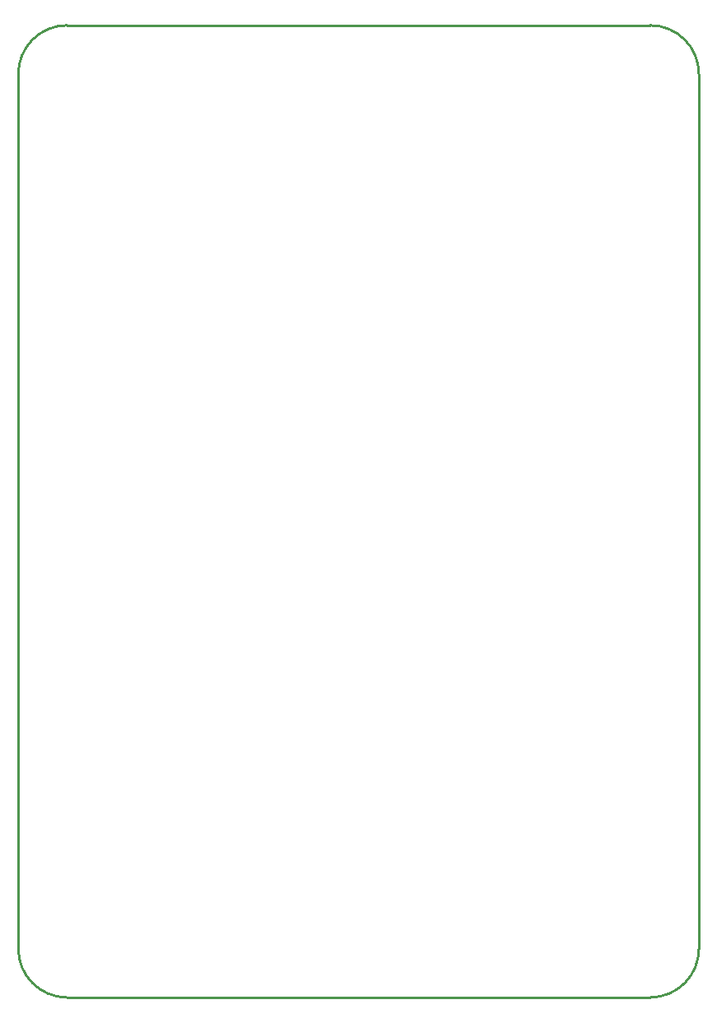
<source format=gko>
G04 Layer: BoardOutlineLayer*
G04 EasyEDA v6.5.1, 2022-08-10 00:04:10*
G04 a67cddfb3fce44daa9051d46cbbcc19f,10*
G04 Gerber Generator version 0.2*
G04 Scale: 100 percent, Rotated: No, Reflected: No *
G04 Dimensions in millimeters *
G04 leading zeros omitted , absolute positions ,4 integer and 5 decimal *
%FSLAX45Y45*%
%MOMM*%

%ADD10C,0.2540*%
D10*
X0Y499998D02*
G01*
X0Y9499998D01*
X6499999Y0D02*
G01*
X499998Y0D01*
X7000001Y9499998D02*
G01*
X7000001Y499998D01*
X499998Y10000000D02*
G01*
X6499999Y10000000D01*
G75*
G01*
X6500000Y10000000D02*
G02*
X7000001Y9499999I2J-499999D01*
G75*
G01*
X7000001Y499999D02*
G02*
X6500000Y0I-499999J0D01*
G75*
G01*
X499999Y0D02*
G02*
X0Y499999I0J499999D01*
G75*
G01*
X0Y9499999D02*
G02*
X499999Y10000000I499999J2D01*

%LPD*%
M02*

</source>
